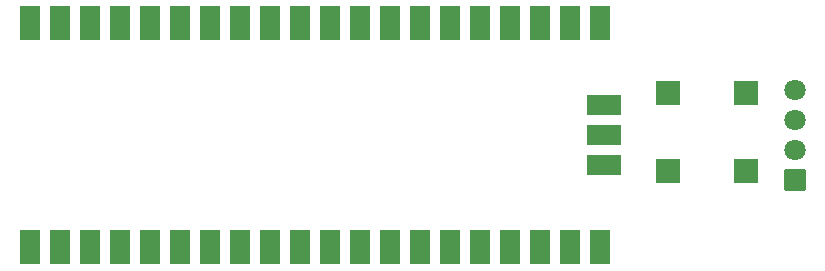
<source format=gbs>
G04 Layer: BottomSolderMaskLayer*
G04 EasyEDA v6.5.44, 2024-07-23 11:26:01*
G04 fa6d6c6f67624019b56d640f781358e2,6e2a8d9c20784516b523f05fecaed983,10*
G04 Gerber Generator version 0.2*
G04 Scale: 100 percent, Rotated: No, Reflected: No *
G04 Dimensions in millimeters *
G04 leading zeros omitted , absolute positions ,4 integer and 5 decimal *
%FSLAX45Y45*%
%MOMM*%

%AMMACRO1*4,1,8,-0.8211,-1.4508,-0.8508,-1.421,-0.8508,1.4211,-0.8211,1.4508,0.821,1.4508,0.8508,1.4211,0.8508,-1.421,0.821,-1.4508,-0.8211,-1.4508,0*%
%AMMACRO2*4,1,8,-1.4211,-0.8508,-1.4508,-0.821,-1.4508,0.8211,-1.4211,0.8508,1.421,0.8508,1.4508,0.8211,1.4508,-0.821,1.421,-0.8508,-1.4211,-0.8508,0*%
%AMMACRO3*4,1,8,-1.0211,-1.0508,-1.0508,-1.021,-1.0508,1.0211,-1.0211,1.0508,1.021,1.0508,1.0508,1.0211,1.0508,-1.021,1.021,-1.0508,-1.0211,-1.0508,0*%
%AMMACRO4*4,1,8,-0.8711,-0.9008,-0.9008,-0.871,-0.9008,0.8711,-0.8711,0.9008,0.871,0.9008,0.9008,0.8711,0.9008,-0.871,0.871,-0.9008,-0.8711,-0.9008,0*%
%ADD10MACRO1*%
%ADD11MACRO2*%
%ADD12MACRO3*%
%ADD13MACRO4*%
%ADD14C,1.8016*%

%LPD*%
D10*
G01*
X136903Y-1196301D03*
G01*
X390903Y-1196301D03*
G01*
X644903Y-1196301D03*
G01*
X898903Y-1196301D03*
G01*
X1152903Y-1196301D03*
G01*
X1406903Y-1196301D03*
G01*
X1660903Y-1196301D03*
G01*
X1914903Y-1196301D03*
G01*
X2168903Y-1196301D03*
G01*
X2422903Y-1196301D03*
G01*
X2676903Y-1196301D03*
G01*
X2930903Y-1196301D03*
G01*
X3184903Y-1196301D03*
G01*
X3438903Y-1196301D03*
G01*
X3692903Y-1196301D03*
G01*
X3946903Y-1196301D03*
G01*
X4200903Y-1196301D03*
G01*
X4454903Y-1196301D03*
G01*
X4708903Y-1196301D03*
G01*
X4962903Y-1196301D03*
G01*
X4962903Y-3096298D03*
G01*
X4708903Y-3096298D03*
G01*
X4454903Y-3096298D03*
G01*
X4200903Y-3096298D03*
G01*
X3946903Y-3096298D03*
G01*
X3692903Y-3096298D03*
G01*
X3438903Y-3096298D03*
G01*
X3184903Y-3096298D03*
G01*
X2930903Y-3096298D03*
G01*
X2676903Y-3096298D03*
G01*
X2422903Y-3096298D03*
G01*
X2168903Y-3096298D03*
G01*
X1914903Y-3096298D03*
G01*
X1660903Y-3096298D03*
G01*
X1406903Y-3096298D03*
G01*
X1152903Y-3096298D03*
G01*
X898903Y-3096298D03*
G01*
X644903Y-3096298D03*
G01*
X390903Y-3096298D03*
G01*
X136903Y-3096298D03*
D11*
G01*
X4999898Y-1892300D03*
G01*
X4999898Y-2146300D03*
G01*
X4999898Y-2400300D03*
D12*
G01*
X6197399Y-2450899D03*
G01*
X5537400Y-2450899D03*
G01*
X5537400Y-1790900D03*
G01*
X6197399Y-1790900D03*
D13*
G01*
X6616700Y-2527300D03*
D14*
G01*
X6616700Y-2273300D03*
G01*
X6616700Y-2019300D03*
G01*
X6616700Y-1765300D03*
M02*

</source>
